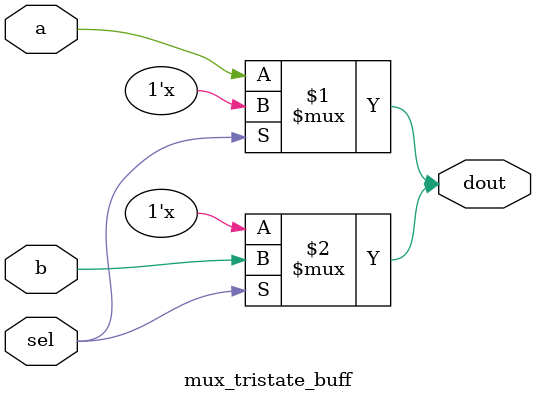
<source format=v>
module mux_tristate_buff(
	input a,
	input b,
	input sel,
	output dout
	);
	
	bufif0 B0 (dout, a, sel);
	bufif1 B1 (dout, b, sel);
	
endmodule
</source>
